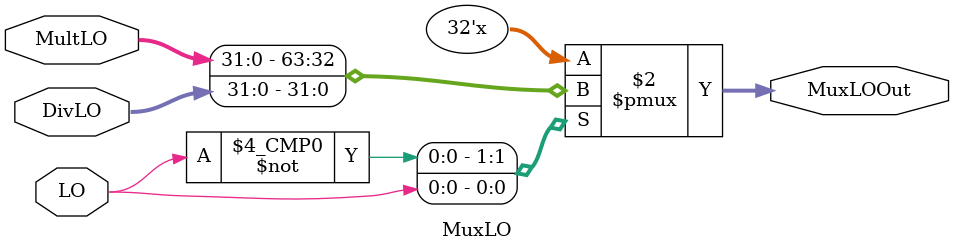
<source format=v>
module MuxLO (
    input wire[31:0] MultLO,
    input wire [31:0] DivLO,
    input wire LO,
	output reg[31:0] MuxLOOut
);
always @(*) begin
	case(LO)
		1'b0:
			MuxLOOut <= MultLO;
		1'b1:
			MuxLOOut <= DivLO;
	endcase
end
endmodule

</source>
